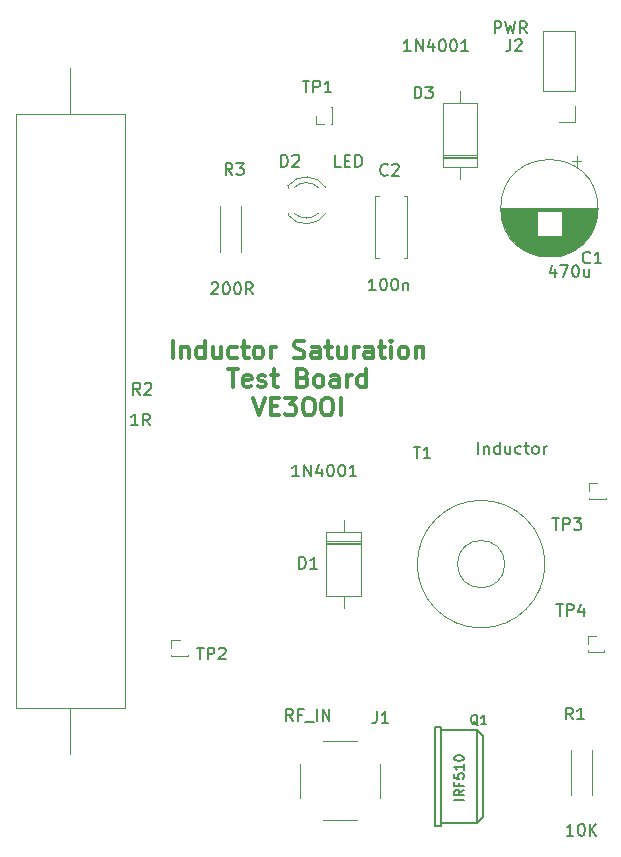
<source format=gbr>
%TF.GenerationSoftware,KiCad,Pcbnew,(6.0.7)*%
%TF.CreationDate,2023-01-18T16:47:16-05:00*%
%TF.ProjectId,Inductor Saturation Test,496e6475-6374-46f7-9220-536174757261,rev?*%
%TF.SameCoordinates,Original*%
%TF.FileFunction,Legend,Top*%
%TF.FilePolarity,Positive*%
%FSLAX46Y46*%
G04 Gerber Fmt 4.6, Leading zero omitted, Abs format (unit mm)*
G04 Created by KiCad (PCBNEW (6.0.7)) date 2023-01-18 16:47:16*
%MOMM*%
%LPD*%
G01*
G04 APERTURE LIST*
%ADD10C,0.300000*%
%ADD11C,0.150000*%
%ADD12C,0.120000*%
%ADD13C,0.127000*%
G04 APERTURE END LIST*
D10*
X103057857Y-56048571D02*
X103057857Y-54548571D01*
X103772142Y-55048571D02*
X103772142Y-56048571D01*
X103772142Y-55191428D02*
X103843571Y-55120000D01*
X103986428Y-55048571D01*
X104200714Y-55048571D01*
X104343571Y-55120000D01*
X104415000Y-55262857D01*
X104415000Y-56048571D01*
X105772142Y-56048571D02*
X105772142Y-54548571D01*
X105772142Y-55977142D02*
X105629285Y-56048571D01*
X105343571Y-56048571D01*
X105200714Y-55977142D01*
X105129285Y-55905714D01*
X105057857Y-55762857D01*
X105057857Y-55334285D01*
X105129285Y-55191428D01*
X105200714Y-55120000D01*
X105343571Y-55048571D01*
X105629285Y-55048571D01*
X105772142Y-55120000D01*
X107129285Y-55048571D02*
X107129285Y-56048571D01*
X106486428Y-55048571D02*
X106486428Y-55834285D01*
X106557857Y-55977142D01*
X106700714Y-56048571D01*
X106915000Y-56048571D01*
X107057857Y-55977142D01*
X107129285Y-55905714D01*
X108486428Y-55977142D02*
X108343571Y-56048571D01*
X108057857Y-56048571D01*
X107915000Y-55977142D01*
X107843571Y-55905714D01*
X107772142Y-55762857D01*
X107772142Y-55334285D01*
X107843571Y-55191428D01*
X107915000Y-55120000D01*
X108057857Y-55048571D01*
X108343571Y-55048571D01*
X108486428Y-55120000D01*
X108915000Y-55048571D02*
X109486428Y-55048571D01*
X109129285Y-54548571D02*
X109129285Y-55834285D01*
X109200714Y-55977142D01*
X109343571Y-56048571D01*
X109486428Y-56048571D01*
X110200714Y-56048571D02*
X110057857Y-55977142D01*
X109986428Y-55905714D01*
X109915000Y-55762857D01*
X109915000Y-55334285D01*
X109986428Y-55191428D01*
X110057857Y-55120000D01*
X110200714Y-55048571D01*
X110415000Y-55048571D01*
X110557857Y-55120000D01*
X110629285Y-55191428D01*
X110700714Y-55334285D01*
X110700714Y-55762857D01*
X110629285Y-55905714D01*
X110557857Y-55977142D01*
X110415000Y-56048571D01*
X110200714Y-56048571D01*
X111343571Y-56048571D02*
X111343571Y-55048571D01*
X111343571Y-55334285D02*
X111415000Y-55191428D01*
X111486428Y-55120000D01*
X111629285Y-55048571D01*
X111772142Y-55048571D01*
X113343571Y-55977142D02*
X113557857Y-56048571D01*
X113915000Y-56048571D01*
X114057857Y-55977142D01*
X114129285Y-55905714D01*
X114200714Y-55762857D01*
X114200714Y-55620000D01*
X114129285Y-55477142D01*
X114057857Y-55405714D01*
X113915000Y-55334285D01*
X113629285Y-55262857D01*
X113486428Y-55191428D01*
X113415000Y-55120000D01*
X113343571Y-54977142D01*
X113343571Y-54834285D01*
X113415000Y-54691428D01*
X113486428Y-54620000D01*
X113629285Y-54548571D01*
X113986428Y-54548571D01*
X114200714Y-54620000D01*
X115486428Y-56048571D02*
X115486428Y-55262857D01*
X115415000Y-55120000D01*
X115272142Y-55048571D01*
X114986428Y-55048571D01*
X114843571Y-55120000D01*
X115486428Y-55977142D02*
X115343571Y-56048571D01*
X114986428Y-56048571D01*
X114843571Y-55977142D01*
X114772142Y-55834285D01*
X114772142Y-55691428D01*
X114843571Y-55548571D01*
X114986428Y-55477142D01*
X115343571Y-55477142D01*
X115486428Y-55405714D01*
X115986428Y-55048571D02*
X116557857Y-55048571D01*
X116200714Y-54548571D02*
X116200714Y-55834285D01*
X116272142Y-55977142D01*
X116415000Y-56048571D01*
X116557857Y-56048571D01*
X117700714Y-55048571D02*
X117700714Y-56048571D01*
X117057857Y-55048571D02*
X117057857Y-55834285D01*
X117129285Y-55977142D01*
X117272142Y-56048571D01*
X117486428Y-56048571D01*
X117629285Y-55977142D01*
X117700714Y-55905714D01*
X118415000Y-56048571D02*
X118415000Y-55048571D01*
X118415000Y-55334285D02*
X118486428Y-55191428D01*
X118557857Y-55120000D01*
X118700714Y-55048571D01*
X118843571Y-55048571D01*
X119986428Y-56048571D02*
X119986428Y-55262857D01*
X119915000Y-55120000D01*
X119772142Y-55048571D01*
X119486428Y-55048571D01*
X119343571Y-55120000D01*
X119986428Y-55977142D02*
X119843571Y-56048571D01*
X119486428Y-56048571D01*
X119343571Y-55977142D01*
X119272142Y-55834285D01*
X119272142Y-55691428D01*
X119343571Y-55548571D01*
X119486428Y-55477142D01*
X119843571Y-55477142D01*
X119986428Y-55405714D01*
X120486428Y-55048571D02*
X121057857Y-55048571D01*
X120700714Y-54548571D02*
X120700714Y-55834285D01*
X120772142Y-55977142D01*
X120915000Y-56048571D01*
X121057857Y-56048571D01*
X121557857Y-56048571D02*
X121557857Y-55048571D01*
X121557857Y-54548571D02*
X121486428Y-54620000D01*
X121557857Y-54691428D01*
X121629285Y-54620000D01*
X121557857Y-54548571D01*
X121557857Y-54691428D01*
X122486428Y-56048571D02*
X122343571Y-55977142D01*
X122272142Y-55905714D01*
X122200714Y-55762857D01*
X122200714Y-55334285D01*
X122272142Y-55191428D01*
X122343571Y-55120000D01*
X122486428Y-55048571D01*
X122700714Y-55048571D01*
X122843571Y-55120000D01*
X122915000Y-55191428D01*
X122986428Y-55334285D01*
X122986428Y-55762857D01*
X122915000Y-55905714D01*
X122843571Y-55977142D01*
X122700714Y-56048571D01*
X122486428Y-56048571D01*
X123629285Y-55048571D02*
X123629285Y-56048571D01*
X123629285Y-55191428D02*
X123700714Y-55120000D01*
X123843571Y-55048571D01*
X124057857Y-55048571D01*
X124200714Y-55120000D01*
X124272142Y-55262857D01*
X124272142Y-56048571D01*
X107736428Y-56963571D02*
X108593571Y-56963571D01*
X108165000Y-58463571D02*
X108165000Y-56963571D01*
X109665000Y-58392142D02*
X109522142Y-58463571D01*
X109236428Y-58463571D01*
X109093571Y-58392142D01*
X109022142Y-58249285D01*
X109022142Y-57677857D01*
X109093571Y-57535000D01*
X109236428Y-57463571D01*
X109522142Y-57463571D01*
X109665000Y-57535000D01*
X109736428Y-57677857D01*
X109736428Y-57820714D01*
X109022142Y-57963571D01*
X110307857Y-58392142D02*
X110450714Y-58463571D01*
X110736428Y-58463571D01*
X110879285Y-58392142D01*
X110950714Y-58249285D01*
X110950714Y-58177857D01*
X110879285Y-58035000D01*
X110736428Y-57963571D01*
X110522142Y-57963571D01*
X110379285Y-57892142D01*
X110307857Y-57749285D01*
X110307857Y-57677857D01*
X110379285Y-57535000D01*
X110522142Y-57463571D01*
X110736428Y-57463571D01*
X110879285Y-57535000D01*
X111379285Y-57463571D02*
X111950714Y-57463571D01*
X111593571Y-56963571D02*
X111593571Y-58249285D01*
X111665000Y-58392142D01*
X111807857Y-58463571D01*
X111950714Y-58463571D01*
X114093571Y-57677857D02*
X114307857Y-57749285D01*
X114379285Y-57820714D01*
X114450714Y-57963571D01*
X114450714Y-58177857D01*
X114379285Y-58320714D01*
X114307857Y-58392142D01*
X114165000Y-58463571D01*
X113593571Y-58463571D01*
X113593571Y-56963571D01*
X114093571Y-56963571D01*
X114236428Y-57035000D01*
X114307857Y-57106428D01*
X114379285Y-57249285D01*
X114379285Y-57392142D01*
X114307857Y-57535000D01*
X114236428Y-57606428D01*
X114093571Y-57677857D01*
X113593571Y-57677857D01*
X115307857Y-58463571D02*
X115165000Y-58392142D01*
X115093571Y-58320714D01*
X115022142Y-58177857D01*
X115022142Y-57749285D01*
X115093571Y-57606428D01*
X115165000Y-57535000D01*
X115307857Y-57463571D01*
X115522142Y-57463571D01*
X115665000Y-57535000D01*
X115736428Y-57606428D01*
X115807857Y-57749285D01*
X115807857Y-58177857D01*
X115736428Y-58320714D01*
X115665000Y-58392142D01*
X115522142Y-58463571D01*
X115307857Y-58463571D01*
X117093571Y-58463571D02*
X117093571Y-57677857D01*
X117022142Y-57535000D01*
X116879285Y-57463571D01*
X116593571Y-57463571D01*
X116450714Y-57535000D01*
X117093571Y-58392142D02*
X116950714Y-58463571D01*
X116593571Y-58463571D01*
X116450714Y-58392142D01*
X116379285Y-58249285D01*
X116379285Y-58106428D01*
X116450714Y-57963571D01*
X116593571Y-57892142D01*
X116950714Y-57892142D01*
X117093571Y-57820714D01*
X117807857Y-58463571D02*
X117807857Y-57463571D01*
X117807857Y-57749285D02*
X117879285Y-57606428D01*
X117950714Y-57535000D01*
X118093571Y-57463571D01*
X118236428Y-57463571D01*
X119379285Y-58463571D02*
X119379285Y-56963571D01*
X119379285Y-58392142D02*
X119236428Y-58463571D01*
X118950714Y-58463571D01*
X118807857Y-58392142D01*
X118736428Y-58320714D01*
X118665000Y-58177857D01*
X118665000Y-57749285D01*
X118736428Y-57606428D01*
X118807857Y-57535000D01*
X118950714Y-57463571D01*
X119236428Y-57463571D01*
X119379285Y-57535000D01*
X109843571Y-59378571D02*
X110343571Y-60878571D01*
X110843571Y-59378571D01*
X111343571Y-60092857D02*
X111843571Y-60092857D01*
X112057857Y-60878571D02*
X111343571Y-60878571D01*
X111343571Y-59378571D01*
X112057857Y-59378571D01*
X112557857Y-59378571D02*
X113486428Y-59378571D01*
X112986428Y-59950000D01*
X113200714Y-59950000D01*
X113343571Y-60021428D01*
X113415000Y-60092857D01*
X113486428Y-60235714D01*
X113486428Y-60592857D01*
X113415000Y-60735714D01*
X113343571Y-60807142D01*
X113200714Y-60878571D01*
X112772142Y-60878571D01*
X112629285Y-60807142D01*
X112557857Y-60735714D01*
X114415000Y-59378571D02*
X114700714Y-59378571D01*
X114843571Y-59450000D01*
X114986428Y-59592857D01*
X115057857Y-59878571D01*
X115057857Y-60378571D01*
X114986428Y-60664285D01*
X114843571Y-60807142D01*
X114700714Y-60878571D01*
X114415000Y-60878571D01*
X114272142Y-60807142D01*
X114129285Y-60664285D01*
X114057857Y-60378571D01*
X114057857Y-59878571D01*
X114129285Y-59592857D01*
X114272142Y-59450000D01*
X114415000Y-59378571D01*
X115986428Y-59378571D02*
X116272142Y-59378571D01*
X116415000Y-59450000D01*
X116557857Y-59592857D01*
X116629285Y-59878571D01*
X116629285Y-60378571D01*
X116557857Y-60664285D01*
X116415000Y-60807142D01*
X116272142Y-60878571D01*
X115986428Y-60878571D01*
X115843571Y-60807142D01*
X115700714Y-60664285D01*
X115629285Y-60378571D01*
X115629285Y-59878571D01*
X115700714Y-59592857D01*
X115843571Y-59450000D01*
X115986428Y-59378571D01*
X117272142Y-60878571D02*
X117272142Y-59378571D01*
D11*
%TO.C,R2*%
X100290333Y-59126380D02*
X99957000Y-58650190D01*
X99718904Y-59126380D02*
X99718904Y-58126380D01*
X100099857Y-58126380D01*
X100195095Y-58174000D01*
X100242714Y-58221619D01*
X100290333Y-58316857D01*
X100290333Y-58459714D01*
X100242714Y-58554952D01*
X100195095Y-58602571D01*
X100099857Y-58650190D01*
X99718904Y-58650190D01*
X100671285Y-58221619D02*
X100718904Y-58174000D01*
X100814142Y-58126380D01*
X101052238Y-58126380D01*
X101147476Y-58174000D01*
X101195095Y-58221619D01*
X101242714Y-58316857D01*
X101242714Y-58412095D01*
X101195095Y-58554952D01*
X100623666Y-59126380D01*
X101242714Y-59126380D01*
X100115714Y-61729880D02*
X99544285Y-61729880D01*
X99830000Y-61729880D02*
X99830000Y-60729880D01*
X99734761Y-60872738D01*
X99639523Y-60967976D01*
X99544285Y-61015595D01*
X101115714Y-61729880D02*
X100782380Y-61253690D01*
X100544285Y-61729880D02*
X100544285Y-60729880D01*
X100925238Y-60729880D01*
X101020476Y-60777500D01*
X101068095Y-60825119D01*
X101115714Y-60920357D01*
X101115714Y-61063214D01*
X101068095Y-61158452D01*
X101020476Y-61206071D01*
X100925238Y-61253690D01*
X100544285Y-61253690D01*
%TO.C,R1*%
X136929833Y-86621880D02*
X136596500Y-86145690D01*
X136358404Y-86621880D02*
X136358404Y-85621880D01*
X136739357Y-85621880D01*
X136834595Y-85669500D01*
X136882214Y-85717119D01*
X136929833Y-85812357D01*
X136929833Y-85955214D01*
X136882214Y-86050452D01*
X136834595Y-86098071D01*
X136739357Y-86145690D01*
X136358404Y-86145690D01*
X137882214Y-86621880D02*
X137310785Y-86621880D01*
X137596500Y-86621880D02*
X137596500Y-85621880D01*
X137501261Y-85764738D01*
X137406023Y-85859976D01*
X137310785Y-85907595D01*
X136977523Y-96464380D02*
X136406095Y-96464380D01*
X136691809Y-96464380D02*
X136691809Y-95464380D01*
X136596571Y-95607238D01*
X136501333Y-95702476D01*
X136406095Y-95750095D01*
X137596571Y-95464380D02*
X137691809Y-95464380D01*
X137787047Y-95512000D01*
X137834666Y-95559619D01*
X137882285Y-95654857D01*
X137929904Y-95845333D01*
X137929904Y-96083428D01*
X137882285Y-96273904D01*
X137834666Y-96369142D01*
X137787047Y-96416761D01*
X137691809Y-96464380D01*
X137596571Y-96464380D01*
X137501333Y-96416761D01*
X137453714Y-96369142D01*
X137406095Y-96273904D01*
X137358476Y-96083428D01*
X137358476Y-95845333D01*
X137406095Y-95654857D01*
X137453714Y-95559619D01*
X137501333Y-95512000D01*
X137596571Y-95464380D01*
X138358476Y-96464380D02*
X138358476Y-95464380D01*
X138929904Y-96464380D02*
X138501333Y-95892952D01*
X138929904Y-95464380D02*
X138358476Y-96035809D01*
%TO.C,R3*%
X108100833Y-40520880D02*
X107767500Y-40044690D01*
X107529404Y-40520880D02*
X107529404Y-39520880D01*
X107910357Y-39520880D01*
X108005595Y-39568500D01*
X108053214Y-39616119D01*
X108100833Y-39711357D01*
X108100833Y-39854214D01*
X108053214Y-39949452D01*
X108005595Y-39997071D01*
X107910357Y-40044690D01*
X107529404Y-40044690D01*
X108434166Y-39520880D02*
X109053214Y-39520880D01*
X108719880Y-39901833D01*
X108862738Y-39901833D01*
X108957976Y-39949452D01*
X109005595Y-39997071D01*
X109053214Y-40092309D01*
X109053214Y-40330404D01*
X109005595Y-40425642D01*
X108957976Y-40473261D01*
X108862738Y-40520880D01*
X108577023Y-40520880D01*
X108481785Y-40473261D01*
X108434166Y-40425642D01*
X106338904Y-49712619D02*
X106386523Y-49665000D01*
X106481761Y-49617380D01*
X106719857Y-49617380D01*
X106815095Y-49665000D01*
X106862714Y-49712619D01*
X106910333Y-49807857D01*
X106910333Y-49903095D01*
X106862714Y-50045952D01*
X106291285Y-50617380D01*
X106910333Y-50617380D01*
X107529380Y-49617380D02*
X107624619Y-49617380D01*
X107719857Y-49665000D01*
X107767476Y-49712619D01*
X107815095Y-49807857D01*
X107862714Y-49998333D01*
X107862714Y-50236428D01*
X107815095Y-50426904D01*
X107767476Y-50522142D01*
X107719857Y-50569761D01*
X107624619Y-50617380D01*
X107529380Y-50617380D01*
X107434142Y-50569761D01*
X107386523Y-50522142D01*
X107338904Y-50426904D01*
X107291285Y-50236428D01*
X107291285Y-49998333D01*
X107338904Y-49807857D01*
X107386523Y-49712619D01*
X107434142Y-49665000D01*
X107529380Y-49617380D01*
X108481761Y-49617380D02*
X108577000Y-49617380D01*
X108672238Y-49665000D01*
X108719857Y-49712619D01*
X108767476Y-49807857D01*
X108815095Y-49998333D01*
X108815095Y-50236428D01*
X108767476Y-50426904D01*
X108719857Y-50522142D01*
X108672238Y-50569761D01*
X108577000Y-50617380D01*
X108481761Y-50617380D01*
X108386523Y-50569761D01*
X108338904Y-50522142D01*
X108291285Y-50426904D01*
X108243666Y-50236428D01*
X108243666Y-49998333D01*
X108291285Y-49807857D01*
X108338904Y-49712619D01*
X108386523Y-49665000D01*
X108481761Y-49617380D01*
X109815095Y-50617380D02*
X109481761Y-50141190D01*
X109243666Y-50617380D02*
X109243666Y-49617380D01*
X109624619Y-49617380D01*
X109719857Y-49665000D01*
X109767476Y-49712619D01*
X109815095Y-49807857D01*
X109815095Y-49950714D01*
X109767476Y-50045952D01*
X109719857Y-50093571D01*
X109624619Y-50141190D01*
X109243666Y-50141190D01*
%TO.C,TP4*%
X135517095Y-76858880D02*
X136088523Y-76858880D01*
X135802809Y-77858880D02*
X135802809Y-76858880D01*
X136421857Y-77858880D02*
X136421857Y-76858880D01*
X136802809Y-76858880D01*
X136898047Y-76906500D01*
X136945666Y-76954119D01*
X136993285Y-77049357D01*
X136993285Y-77192214D01*
X136945666Y-77287452D01*
X136898047Y-77335071D01*
X136802809Y-77382690D01*
X136421857Y-77382690D01*
X137850428Y-77192214D02*
X137850428Y-77858880D01*
X137612333Y-76811261D02*
X137374238Y-77525547D01*
X137993285Y-77525547D01*
%TO.C,TP3*%
X135199595Y-69556380D02*
X135771023Y-69556380D01*
X135485309Y-70556380D02*
X135485309Y-69556380D01*
X136104357Y-70556380D02*
X136104357Y-69556380D01*
X136485309Y-69556380D01*
X136580547Y-69604000D01*
X136628166Y-69651619D01*
X136675785Y-69746857D01*
X136675785Y-69889714D01*
X136628166Y-69984952D01*
X136580547Y-70032571D01*
X136485309Y-70080190D01*
X136104357Y-70080190D01*
X137009119Y-69556380D02*
X137628166Y-69556380D01*
X137294833Y-69937333D01*
X137437690Y-69937333D01*
X137532928Y-69984952D01*
X137580547Y-70032571D01*
X137628166Y-70127809D01*
X137628166Y-70365904D01*
X137580547Y-70461142D01*
X137532928Y-70508761D01*
X137437690Y-70556380D01*
X137151976Y-70556380D01*
X137056738Y-70508761D01*
X137009119Y-70461142D01*
%TO.C,TP2*%
X105100595Y-80541880D02*
X105672023Y-80541880D01*
X105386309Y-81541880D02*
X105386309Y-80541880D01*
X106005357Y-81541880D02*
X106005357Y-80541880D01*
X106386309Y-80541880D01*
X106481547Y-80589500D01*
X106529166Y-80637119D01*
X106576785Y-80732357D01*
X106576785Y-80875214D01*
X106529166Y-80970452D01*
X106481547Y-81018071D01*
X106386309Y-81065690D01*
X106005357Y-81065690D01*
X106957738Y-80637119D02*
X107005357Y-80589500D01*
X107100595Y-80541880D01*
X107338690Y-80541880D01*
X107433928Y-80589500D01*
X107481547Y-80637119D01*
X107529166Y-80732357D01*
X107529166Y-80827595D01*
X107481547Y-80970452D01*
X106910119Y-81541880D01*
X107529166Y-81541880D01*
%TO.C,TP1*%
X114054095Y-32535880D02*
X114625523Y-32535880D01*
X114339809Y-33535880D02*
X114339809Y-32535880D01*
X114958857Y-33535880D02*
X114958857Y-32535880D01*
X115339809Y-32535880D01*
X115435047Y-32583500D01*
X115482666Y-32631119D01*
X115530285Y-32726357D01*
X115530285Y-32869214D01*
X115482666Y-32964452D01*
X115435047Y-33012071D01*
X115339809Y-33059690D01*
X114958857Y-33059690D01*
X116482666Y-33535880D02*
X115911238Y-33535880D01*
X116196952Y-33535880D02*
X116196952Y-32535880D01*
X116101714Y-32678738D01*
X116006476Y-32773976D01*
X115911238Y-32821595D01*
%TO.C,T1*%
X123444095Y-63523880D02*
X124015523Y-63523880D01*
X123729809Y-64523880D02*
X123729809Y-63523880D01*
X124872666Y-64523880D02*
X124301238Y-64523880D01*
X124586952Y-64523880D02*
X124586952Y-63523880D01*
X124491714Y-63666738D01*
X124396476Y-63761976D01*
X124301238Y-63809595D01*
X128929166Y-64142880D02*
X128929166Y-63142880D01*
X129405357Y-63476214D02*
X129405357Y-64142880D01*
X129405357Y-63571452D02*
X129452976Y-63523833D01*
X129548214Y-63476214D01*
X129691071Y-63476214D01*
X129786309Y-63523833D01*
X129833928Y-63619071D01*
X129833928Y-64142880D01*
X130738690Y-64142880D02*
X130738690Y-63142880D01*
X130738690Y-64095261D02*
X130643452Y-64142880D01*
X130452976Y-64142880D01*
X130357738Y-64095261D01*
X130310119Y-64047642D01*
X130262500Y-63952404D01*
X130262500Y-63666690D01*
X130310119Y-63571452D01*
X130357738Y-63523833D01*
X130452976Y-63476214D01*
X130643452Y-63476214D01*
X130738690Y-63523833D01*
X131643452Y-63476214D02*
X131643452Y-64142880D01*
X131214880Y-63476214D02*
X131214880Y-64000023D01*
X131262500Y-64095261D01*
X131357738Y-64142880D01*
X131500595Y-64142880D01*
X131595833Y-64095261D01*
X131643452Y-64047642D01*
X132548214Y-64095261D02*
X132452976Y-64142880D01*
X132262500Y-64142880D01*
X132167261Y-64095261D01*
X132119642Y-64047642D01*
X132072023Y-63952404D01*
X132072023Y-63666690D01*
X132119642Y-63571452D01*
X132167261Y-63523833D01*
X132262500Y-63476214D01*
X132452976Y-63476214D01*
X132548214Y-63523833D01*
X132833928Y-63476214D02*
X133214880Y-63476214D01*
X132976785Y-63142880D02*
X132976785Y-64000023D01*
X133024404Y-64095261D01*
X133119642Y-64142880D01*
X133214880Y-64142880D01*
X133691071Y-64142880D02*
X133595833Y-64095261D01*
X133548214Y-64047642D01*
X133500595Y-63952404D01*
X133500595Y-63666690D01*
X133548214Y-63571452D01*
X133595833Y-63523833D01*
X133691071Y-63476214D01*
X133833928Y-63476214D01*
X133929166Y-63523833D01*
X133976785Y-63571452D01*
X134024404Y-63666690D01*
X134024404Y-63952404D01*
X133976785Y-64047642D01*
X133929166Y-64095261D01*
X133833928Y-64142880D01*
X133691071Y-64142880D01*
X134452976Y-64142880D02*
X134452976Y-63476214D01*
X134452976Y-63666690D02*
X134500595Y-63571452D01*
X134548214Y-63523833D01*
X134643452Y-63476214D01*
X134738690Y-63476214D01*
%TO.C,Q1*%
X128892309Y-87115595D02*
X128816119Y-87077500D01*
X128739928Y-87001309D01*
X128625642Y-86887023D01*
X128549452Y-86848928D01*
X128473261Y-86848928D01*
X128511357Y-87039404D02*
X128435166Y-87001309D01*
X128358976Y-86925119D01*
X128320880Y-86772738D01*
X128320880Y-86506071D01*
X128358976Y-86353690D01*
X128435166Y-86277500D01*
X128511357Y-86239404D01*
X128663738Y-86239404D01*
X128739928Y-86277500D01*
X128816119Y-86353690D01*
X128854214Y-86506071D01*
X128854214Y-86772738D01*
X128816119Y-86925119D01*
X128739928Y-87001309D01*
X128663738Y-87039404D01*
X128511357Y-87039404D01*
X129616119Y-87039404D02*
X129158976Y-87039404D01*
X129387547Y-87039404D02*
X129387547Y-86239404D01*
X129311357Y-86353690D01*
X129235166Y-86429880D01*
X129158976Y-86467976D01*
X127673705Y-93423019D02*
X126886303Y-93423019D01*
X127673705Y-92598121D02*
X127298752Y-92860589D01*
X127673705Y-93048065D02*
X126886303Y-93048065D01*
X126886303Y-92748103D01*
X126923799Y-92673112D01*
X126961294Y-92635617D01*
X127036285Y-92598121D01*
X127148771Y-92598121D01*
X127223761Y-92635617D01*
X127261257Y-92673112D01*
X127298752Y-92748103D01*
X127298752Y-93048065D01*
X127261257Y-91998196D02*
X127261257Y-92260663D01*
X127673705Y-92260663D02*
X126886303Y-92260663D01*
X126886303Y-91885710D01*
X126886303Y-91210794D02*
X126886303Y-91585747D01*
X127261257Y-91623243D01*
X127223761Y-91585747D01*
X127186266Y-91510757D01*
X127186266Y-91323280D01*
X127223761Y-91248289D01*
X127261257Y-91210794D01*
X127336247Y-91173299D01*
X127523724Y-91173299D01*
X127598715Y-91210794D01*
X127636210Y-91248289D01*
X127673705Y-91323280D01*
X127673705Y-91510757D01*
X127636210Y-91585747D01*
X127598715Y-91623243D01*
X127673705Y-90423392D02*
X127673705Y-90873336D01*
X127673705Y-90648364D02*
X126886303Y-90648364D01*
X126998789Y-90723355D01*
X127073780Y-90798345D01*
X127111275Y-90873336D01*
X126886303Y-89935953D02*
X126886303Y-89860962D01*
X126923799Y-89785971D01*
X126961294Y-89748476D01*
X127036285Y-89710981D01*
X127186266Y-89673485D01*
X127373743Y-89673485D01*
X127523724Y-89710981D01*
X127598715Y-89748476D01*
X127636210Y-89785971D01*
X127673705Y-89860962D01*
X127673705Y-89935953D01*
X127636210Y-90010943D01*
X127598715Y-90048439D01*
X127523724Y-90085934D01*
X127373743Y-90123429D01*
X127186266Y-90123429D01*
X127036285Y-90085934D01*
X126961294Y-90048439D01*
X126923799Y-90010943D01*
X126886303Y-89935953D01*
%TO.C,J2*%
X131619666Y-29043380D02*
X131619666Y-29757666D01*
X131572047Y-29900523D01*
X131476809Y-29995761D01*
X131333952Y-30043380D01*
X131238714Y-30043380D01*
X132048238Y-29138619D02*
X132095857Y-29091000D01*
X132191095Y-29043380D01*
X132429190Y-29043380D01*
X132524428Y-29091000D01*
X132572047Y-29138619D01*
X132619666Y-29233857D01*
X132619666Y-29329095D01*
X132572047Y-29471952D01*
X132000619Y-30043380D01*
X132619666Y-30043380D01*
X130302166Y-28519380D02*
X130302166Y-27519380D01*
X130683119Y-27519380D01*
X130778357Y-27567000D01*
X130825976Y-27614619D01*
X130873595Y-27709857D01*
X130873595Y-27852714D01*
X130825976Y-27947952D01*
X130778357Y-27995571D01*
X130683119Y-28043190D01*
X130302166Y-28043190D01*
X131206928Y-27519380D02*
X131445023Y-28519380D01*
X131635500Y-27805095D01*
X131825976Y-28519380D01*
X132064071Y-27519380D01*
X133016452Y-28519380D02*
X132683119Y-28043190D01*
X132445023Y-28519380D02*
X132445023Y-27519380D01*
X132825976Y-27519380D01*
X132921214Y-27567000D01*
X132968833Y-27614619D01*
X133016452Y-27709857D01*
X133016452Y-27852714D01*
X132968833Y-27947952D01*
X132921214Y-27995571D01*
X132825976Y-28043190D01*
X132445023Y-28043190D01*
%TO.C,J1*%
X120316666Y-85939380D02*
X120316666Y-86653666D01*
X120269047Y-86796523D01*
X120173809Y-86891761D01*
X120030952Y-86939380D01*
X119935714Y-86939380D01*
X121316666Y-86939380D02*
X120745238Y-86939380D01*
X121030952Y-86939380D02*
X121030952Y-85939380D01*
X120935714Y-86082238D01*
X120840476Y-86177476D01*
X120745238Y-86225095D01*
X113228595Y-86748880D02*
X112895261Y-86272690D01*
X112657166Y-86748880D02*
X112657166Y-85748880D01*
X113038119Y-85748880D01*
X113133357Y-85796500D01*
X113180976Y-85844119D01*
X113228595Y-85939357D01*
X113228595Y-86082214D01*
X113180976Y-86177452D01*
X113133357Y-86225071D01*
X113038119Y-86272690D01*
X112657166Y-86272690D01*
X113990500Y-86225071D02*
X113657166Y-86225071D01*
X113657166Y-86748880D02*
X113657166Y-85748880D01*
X114133357Y-85748880D01*
X114276214Y-86844119D02*
X115038119Y-86844119D01*
X115276214Y-86748880D02*
X115276214Y-85748880D01*
X115752404Y-86748880D02*
X115752404Y-85748880D01*
X116323833Y-86748880D01*
X116323833Y-85748880D01*
%TO.C,D3*%
X123531404Y-34043880D02*
X123531404Y-33043880D01*
X123769500Y-33043880D01*
X123912357Y-33091500D01*
X124007595Y-33186738D01*
X124055214Y-33281976D01*
X124102833Y-33472452D01*
X124102833Y-33615309D01*
X124055214Y-33805785D01*
X124007595Y-33901023D01*
X123912357Y-33996261D01*
X123769500Y-34043880D01*
X123531404Y-34043880D01*
X124436166Y-33043880D02*
X125055214Y-33043880D01*
X124721880Y-33424833D01*
X124864738Y-33424833D01*
X124959976Y-33472452D01*
X125007595Y-33520071D01*
X125055214Y-33615309D01*
X125055214Y-33853404D01*
X125007595Y-33948642D01*
X124959976Y-33996261D01*
X124864738Y-34043880D01*
X124579023Y-34043880D01*
X124483785Y-33996261D01*
X124436166Y-33948642D01*
X123206142Y-30043380D02*
X122634714Y-30043380D01*
X122920428Y-30043380D02*
X122920428Y-29043380D01*
X122825190Y-29186238D01*
X122729952Y-29281476D01*
X122634714Y-29329095D01*
X123634714Y-30043380D02*
X123634714Y-29043380D01*
X124206142Y-30043380D01*
X124206142Y-29043380D01*
X125110904Y-29376714D02*
X125110904Y-30043380D01*
X124872809Y-28995761D02*
X124634714Y-29710047D01*
X125253761Y-29710047D01*
X125825190Y-29043380D02*
X125920428Y-29043380D01*
X126015666Y-29091000D01*
X126063285Y-29138619D01*
X126110904Y-29233857D01*
X126158523Y-29424333D01*
X126158523Y-29662428D01*
X126110904Y-29852904D01*
X126063285Y-29948142D01*
X126015666Y-29995761D01*
X125920428Y-30043380D01*
X125825190Y-30043380D01*
X125729952Y-29995761D01*
X125682333Y-29948142D01*
X125634714Y-29852904D01*
X125587095Y-29662428D01*
X125587095Y-29424333D01*
X125634714Y-29233857D01*
X125682333Y-29138619D01*
X125729952Y-29091000D01*
X125825190Y-29043380D01*
X126777571Y-29043380D02*
X126872809Y-29043380D01*
X126968047Y-29091000D01*
X127015666Y-29138619D01*
X127063285Y-29233857D01*
X127110904Y-29424333D01*
X127110904Y-29662428D01*
X127063285Y-29852904D01*
X127015666Y-29948142D01*
X126968047Y-29995761D01*
X126872809Y-30043380D01*
X126777571Y-30043380D01*
X126682333Y-29995761D01*
X126634714Y-29948142D01*
X126587095Y-29852904D01*
X126539476Y-29662428D01*
X126539476Y-29424333D01*
X126587095Y-29233857D01*
X126634714Y-29138619D01*
X126682333Y-29091000D01*
X126777571Y-29043380D01*
X128063285Y-30043380D02*
X127491857Y-30043380D01*
X127777571Y-30043380D02*
X127777571Y-29043380D01*
X127682333Y-29186238D01*
X127587095Y-29281476D01*
X127491857Y-29329095D01*
%TO.C,D2*%
X112228404Y-39822380D02*
X112228404Y-38822380D01*
X112466500Y-38822380D01*
X112609357Y-38870000D01*
X112704595Y-38965238D01*
X112752214Y-39060476D01*
X112799833Y-39250952D01*
X112799833Y-39393809D01*
X112752214Y-39584285D01*
X112704595Y-39679523D01*
X112609357Y-39774761D01*
X112466500Y-39822380D01*
X112228404Y-39822380D01*
X113180785Y-38917619D02*
X113228404Y-38870000D01*
X113323642Y-38822380D01*
X113561738Y-38822380D01*
X113656976Y-38870000D01*
X113704595Y-38917619D01*
X113752214Y-39012857D01*
X113752214Y-39108095D01*
X113704595Y-39250952D01*
X113133166Y-39822380D01*
X113752214Y-39822380D01*
X117276642Y-39822380D02*
X116800452Y-39822380D01*
X116800452Y-38822380D01*
X117609976Y-39298571D02*
X117943309Y-39298571D01*
X118086166Y-39822380D02*
X117609976Y-39822380D01*
X117609976Y-38822380D01*
X118086166Y-38822380D01*
X118514738Y-39822380D02*
X118514738Y-38822380D01*
X118752833Y-38822380D01*
X118895690Y-38870000D01*
X118990928Y-38965238D01*
X119038547Y-39060476D01*
X119086166Y-39250952D01*
X119086166Y-39393809D01*
X119038547Y-39584285D01*
X118990928Y-39679523D01*
X118895690Y-39774761D01*
X118752833Y-39822380D01*
X118514738Y-39822380D01*
%TO.C,D1*%
X113752404Y-73858380D02*
X113752404Y-72858380D01*
X113990500Y-72858380D01*
X114133357Y-72906000D01*
X114228595Y-73001238D01*
X114276214Y-73096476D01*
X114323833Y-73286952D01*
X114323833Y-73429809D01*
X114276214Y-73620285D01*
X114228595Y-73715523D01*
X114133357Y-73810761D01*
X113990500Y-73858380D01*
X113752404Y-73858380D01*
X115276214Y-73858380D02*
X114704785Y-73858380D01*
X114990500Y-73858380D02*
X114990500Y-72858380D01*
X114895261Y-73001238D01*
X114800023Y-73096476D01*
X114704785Y-73144095D01*
X113744642Y-66047880D02*
X113173214Y-66047880D01*
X113458928Y-66047880D02*
X113458928Y-65047880D01*
X113363690Y-65190738D01*
X113268452Y-65285976D01*
X113173214Y-65333595D01*
X114173214Y-66047880D02*
X114173214Y-65047880D01*
X114744642Y-66047880D01*
X114744642Y-65047880D01*
X115649404Y-65381214D02*
X115649404Y-66047880D01*
X115411309Y-65000261D02*
X115173214Y-65714547D01*
X115792261Y-65714547D01*
X116363690Y-65047880D02*
X116458928Y-65047880D01*
X116554166Y-65095500D01*
X116601785Y-65143119D01*
X116649404Y-65238357D01*
X116697023Y-65428833D01*
X116697023Y-65666928D01*
X116649404Y-65857404D01*
X116601785Y-65952642D01*
X116554166Y-66000261D01*
X116458928Y-66047880D01*
X116363690Y-66047880D01*
X116268452Y-66000261D01*
X116220833Y-65952642D01*
X116173214Y-65857404D01*
X116125595Y-65666928D01*
X116125595Y-65428833D01*
X116173214Y-65238357D01*
X116220833Y-65143119D01*
X116268452Y-65095500D01*
X116363690Y-65047880D01*
X117316071Y-65047880D02*
X117411309Y-65047880D01*
X117506547Y-65095500D01*
X117554166Y-65143119D01*
X117601785Y-65238357D01*
X117649404Y-65428833D01*
X117649404Y-65666928D01*
X117601785Y-65857404D01*
X117554166Y-65952642D01*
X117506547Y-66000261D01*
X117411309Y-66047880D01*
X117316071Y-66047880D01*
X117220833Y-66000261D01*
X117173214Y-65952642D01*
X117125595Y-65857404D01*
X117077976Y-65666928D01*
X117077976Y-65428833D01*
X117125595Y-65238357D01*
X117173214Y-65143119D01*
X117220833Y-65095500D01*
X117316071Y-65047880D01*
X118601785Y-66047880D02*
X118030357Y-66047880D01*
X118316071Y-66047880D02*
X118316071Y-65047880D01*
X118220833Y-65190738D01*
X118125595Y-65285976D01*
X118030357Y-65333595D01*
%TO.C,C2*%
X121245333Y-40489142D02*
X121197714Y-40536761D01*
X121054857Y-40584380D01*
X120959619Y-40584380D01*
X120816761Y-40536761D01*
X120721523Y-40441523D01*
X120673904Y-40346285D01*
X120626285Y-40155809D01*
X120626285Y-40012952D01*
X120673904Y-39822476D01*
X120721523Y-39727238D01*
X120816761Y-39632000D01*
X120959619Y-39584380D01*
X121054857Y-39584380D01*
X121197714Y-39632000D01*
X121245333Y-39679619D01*
X121626285Y-39679619D02*
X121673904Y-39632000D01*
X121769142Y-39584380D01*
X122007238Y-39584380D01*
X122102476Y-39632000D01*
X122150095Y-39679619D01*
X122197714Y-39774857D01*
X122197714Y-39870095D01*
X122150095Y-40012952D01*
X121578666Y-40584380D01*
X122197714Y-40584380D01*
X120229452Y-50299880D02*
X119658023Y-50299880D01*
X119943738Y-50299880D02*
X119943738Y-49299880D01*
X119848500Y-49442738D01*
X119753261Y-49537976D01*
X119658023Y-49585595D01*
X120848500Y-49299880D02*
X120943738Y-49299880D01*
X121038976Y-49347500D01*
X121086595Y-49395119D01*
X121134214Y-49490357D01*
X121181833Y-49680833D01*
X121181833Y-49918928D01*
X121134214Y-50109404D01*
X121086595Y-50204642D01*
X121038976Y-50252261D01*
X120943738Y-50299880D01*
X120848500Y-50299880D01*
X120753261Y-50252261D01*
X120705642Y-50204642D01*
X120658023Y-50109404D01*
X120610404Y-49918928D01*
X120610404Y-49680833D01*
X120658023Y-49490357D01*
X120705642Y-49395119D01*
X120753261Y-49347500D01*
X120848500Y-49299880D01*
X121800880Y-49299880D02*
X121896119Y-49299880D01*
X121991357Y-49347500D01*
X122038976Y-49395119D01*
X122086595Y-49490357D01*
X122134214Y-49680833D01*
X122134214Y-49918928D01*
X122086595Y-50109404D01*
X122038976Y-50204642D01*
X121991357Y-50252261D01*
X121896119Y-50299880D01*
X121800880Y-50299880D01*
X121705642Y-50252261D01*
X121658023Y-50204642D01*
X121610404Y-50109404D01*
X121562785Y-49918928D01*
X121562785Y-49680833D01*
X121610404Y-49490357D01*
X121658023Y-49395119D01*
X121705642Y-49347500D01*
X121800880Y-49299880D01*
X122562785Y-49633214D02*
X122562785Y-50299880D01*
X122562785Y-49728452D02*
X122610404Y-49680833D01*
X122705642Y-49633214D01*
X122848500Y-49633214D01*
X122943738Y-49680833D01*
X122991357Y-49776071D01*
X122991357Y-50299880D01*
%TO.C,C1*%
X138390333Y-47918642D02*
X138342714Y-47966261D01*
X138199857Y-48013880D01*
X138104619Y-48013880D01*
X137961761Y-47966261D01*
X137866523Y-47871023D01*
X137818904Y-47775785D01*
X137771285Y-47585309D01*
X137771285Y-47442452D01*
X137818904Y-47251976D01*
X137866523Y-47156738D01*
X137961761Y-47061500D01*
X138104619Y-47013880D01*
X138199857Y-47013880D01*
X138342714Y-47061500D01*
X138390333Y-47109119D01*
X139342714Y-48013880D02*
X138771285Y-48013880D01*
X139057000Y-48013880D02*
X139057000Y-47013880D01*
X138961761Y-47156738D01*
X138866523Y-47251976D01*
X138771285Y-47299595D01*
X135437714Y-48490214D02*
X135437714Y-49156880D01*
X135199619Y-48109261D02*
X134961523Y-48823547D01*
X135580571Y-48823547D01*
X135866285Y-48156880D02*
X136532952Y-48156880D01*
X136104380Y-49156880D01*
X137104380Y-48156880D02*
X137199619Y-48156880D01*
X137294857Y-48204500D01*
X137342476Y-48252119D01*
X137390095Y-48347357D01*
X137437714Y-48537833D01*
X137437714Y-48775928D01*
X137390095Y-48966404D01*
X137342476Y-49061642D01*
X137294857Y-49109261D01*
X137199619Y-49156880D01*
X137104380Y-49156880D01*
X137009142Y-49109261D01*
X136961523Y-49061642D01*
X136913904Y-48966404D01*
X136866285Y-48775928D01*
X136866285Y-48537833D01*
X136913904Y-48347357D01*
X136961523Y-48252119D01*
X137009142Y-48204500D01*
X137104380Y-48156880D01*
X138294857Y-48490214D02*
X138294857Y-49156880D01*
X137866285Y-48490214D02*
X137866285Y-49014023D01*
X137913904Y-49109261D01*
X138009142Y-49156880D01*
X138152000Y-49156880D01*
X138247238Y-49109261D01*
X138294857Y-49061642D01*
D12*
%TO.C,R2*%
X98981000Y-35395500D02*
X89741000Y-35395500D01*
X98981000Y-85635500D02*
X98981000Y-35395500D01*
X89741000Y-35395500D02*
X89741000Y-85635500D01*
X89741000Y-85635500D02*
X98981000Y-85635500D01*
X94361000Y-89555500D02*
X94361000Y-85635500D01*
X94361000Y-31475500D02*
X94361000Y-35395500D01*
%TO.C,R1*%
X138588000Y-89202500D02*
X138588000Y-93042500D01*
X136748000Y-89202500D02*
X136748000Y-93042500D01*
%TO.C,R3*%
X107030000Y-43165000D02*
X107030000Y-47005000D01*
X108870000Y-43165000D02*
X108870000Y-47005000D01*
%TO.C,TP4*%
X138179500Y-80200500D02*
X138179500Y-79515500D01*
X138179500Y-80885500D02*
X139569500Y-80885500D01*
X139482776Y-80885500D02*
X139569500Y-80885500D01*
X138179500Y-80885500D02*
X138179500Y-80760500D01*
X138179500Y-79515500D02*
X138874500Y-79515500D01*
X138179500Y-80885500D02*
X138266224Y-80885500D01*
X139569500Y-80885500D02*
X139569500Y-80760500D01*
%TO.C,TP3*%
X138306500Y-67310000D02*
X138306500Y-66625000D01*
X138306500Y-67995000D02*
X139696500Y-67995000D01*
X139609776Y-67995000D02*
X139696500Y-67995000D01*
X138306500Y-67995000D02*
X138306500Y-67870000D01*
X138306500Y-66625000D02*
X139001500Y-66625000D01*
X138306500Y-67995000D02*
X138393224Y-67995000D01*
X139696500Y-67995000D02*
X139696500Y-67870000D01*
%TO.C,TP2*%
X104327000Y-81266500D02*
X104327000Y-81141500D01*
X102937000Y-81266500D02*
X103023724Y-81266500D01*
X102937000Y-79896500D02*
X103632000Y-79896500D01*
X102937000Y-81266500D02*
X102937000Y-81141500D01*
X104240276Y-81266500D02*
X104327000Y-81266500D01*
X102937000Y-81266500D02*
X104327000Y-81266500D01*
X102937000Y-80581500D02*
X102937000Y-79896500D01*
%TO.C,TP1*%
X116572500Y-34801500D02*
X116447500Y-34801500D01*
X116572500Y-36191500D02*
X116572500Y-36104776D01*
X115202500Y-36191500D02*
X115202500Y-35496500D01*
X116572500Y-36191500D02*
X116447500Y-36191500D01*
X116572500Y-34888224D02*
X116572500Y-34801500D01*
X116572500Y-36191500D02*
X116572500Y-34801500D01*
X115887500Y-36191500D02*
X115202500Y-36191500D01*
%TO.C,T1*%
X134562702Y-73469500D02*
G75*
G03*
X134562702Y-73469500I-5403702J0D01*
G01*
X131161498Y-73469500D02*
G75*
G03*
X131161498Y-73469500I-2002498J0D01*
G01*
D13*
%TO.C,Q1*%
X128841500Y-87503000D02*
X125793500Y-87503000D01*
X128841500Y-95377000D02*
X125793500Y-95377000D01*
X125285500Y-95631000D02*
X125793500Y-95631000D01*
X125285500Y-87249000D02*
X125285500Y-95631000D01*
X125793500Y-87249000D02*
X125285500Y-87249000D01*
X128841500Y-87503000D02*
X128841500Y-95377000D01*
X125793500Y-87503000D02*
X125793500Y-87249000D01*
X125793500Y-95377000D02*
X125793500Y-87503000D01*
X125793500Y-95631000D02*
X125793500Y-95377000D01*
X129349500Y-94869000D02*
X128841500Y-95377000D01*
X129349500Y-88011000D02*
X129349500Y-94869000D01*
X128841500Y-87503000D02*
X129349500Y-88011000D01*
D12*
%TO.C,J2*%
X137093000Y-33449500D02*
X134433000Y-33449500D01*
X137093000Y-36049500D02*
X135763000Y-36049500D01*
X134433000Y-33449500D02*
X134433000Y-28309500D01*
X137093000Y-34719500D02*
X137093000Y-36049500D01*
X137093000Y-33449500D02*
X137093000Y-28309500D01*
X137093000Y-28309500D02*
X134433000Y-28309500D01*
%TO.C,J1*%
X120576000Y-90371000D02*
X120576000Y-93271000D01*
X113866000Y-90371000D02*
X113866000Y-93271000D01*
X115771000Y-95176000D02*
X118671000Y-95176000D01*
X115771000Y-88466000D02*
X118671000Y-88466000D01*
%TO.C,D3*%
X125911000Y-38967500D02*
X128851000Y-38967500D01*
X125911000Y-38847500D02*
X128851000Y-38847500D01*
X128851000Y-39867500D02*
X128851000Y-34427500D01*
X127381000Y-33407500D02*
X127381000Y-34427500D01*
X125911000Y-39867500D02*
X128851000Y-39867500D01*
X125911000Y-39087500D02*
X128851000Y-39087500D01*
X128851000Y-34427500D02*
X125911000Y-34427500D01*
X127381000Y-40887500D02*
X127381000Y-39867500D01*
X125911000Y-34427500D02*
X125911000Y-39867500D01*
%TO.C,D2*%
X112798500Y-41436000D02*
X112798500Y-41592000D01*
X112798500Y-43752000D02*
X112798500Y-43908000D01*
X115399630Y-41592163D02*
G75*
G03*
X113317539Y-41592000I-1041130J-1079837D01*
G01*
X112798500Y-43907516D02*
G75*
G03*
X116030835Y-43750608I1560000J1235516D01*
G01*
X113317539Y-43752000D02*
G75*
G03*
X115399630Y-43751837I1040961J1080000D01*
G01*
X116030835Y-41593392D02*
G75*
G03*
X112798500Y-41436484I-1672335J-1078608D01*
G01*
%TO.C,D1*%
X119008500Y-76189500D02*
X119008500Y-70749500D01*
X117538500Y-69729500D02*
X117538500Y-70749500D01*
X116068500Y-76189500D02*
X119008500Y-76189500D01*
X119008500Y-71529500D02*
X116068500Y-71529500D01*
X119008500Y-70749500D02*
X116068500Y-70749500D01*
X117538500Y-77209500D02*
X117538500Y-76189500D01*
X116068500Y-70749500D02*
X116068500Y-76189500D01*
X119008500Y-71769500D02*
X116068500Y-71769500D01*
X119008500Y-71649500D02*
X116068500Y-71649500D01*
%TO.C,C2*%
X120484000Y-47578000D02*
X120169000Y-47578000D01*
X122909000Y-42338000D02*
X122909000Y-47578000D01*
X120169000Y-42338000D02*
X120169000Y-47578000D01*
X122909000Y-47578000D02*
X122594000Y-47578000D01*
X120484000Y-42338000D02*
X120169000Y-42338000D01*
X122909000Y-42338000D02*
X122594000Y-42338000D01*
%TO.C,C1*%
X139057500Y-43340849D02*
G75*
G03*
X139057500Y-43340849I-4120000J0D01*
G01*
X133897500Y-44861849D02*
X131147500Y-44861849D01*
X136668500Y-47061849D02*
X133206500Y-47061849D01*
X138355500Y-45581849D02*
X135977500Y-45581849D01*
X133897500Y-44020849D02*
X130913500Y-44020849D01*
X133897500Y-44901849D02*
X131163500Y-44901849D01*
X137337500Y-46661849D02*
X132537500Y-46661849D01*
X138884500Y-44381849D02*
X135977500Y-44381849D01*
X137721500Y-46341849D02*
X132153500Y-46341849D01*
X137804500Y-46261849D02*
X132070500Y-46261849D01*
X133897500Y-44421849D02*
X131001500Y-44421849D01*
X139017500Y-43420849D02*
X130857500Y-43420849D01*
X133897500Y-43980849D02*
X130907500Y-43980849D01*
X133897500Y-45141849D02*
X131271500Y-45141849D01*
X133897500Y-43740849D02*
X130876500Y-43740849D01*
X133897500Y-45581849D02*
X131519500Y-45581849D01*
X133897500Y-45381849D02*
X131397500Y-45381849D01*
X139016500Y-43460849D02*
X130858500Y-43460849D01*
X138430500Y-45461849D02*
X135977500Y-45461849D01*
X137252500Y-38931151D02*
X137252500Y-39731151D01*
X136750500Y-47021849D02*
X133124500Y-47021849D01*
X138329500Y-45621849D02*
X135977500Y-45621849D01*
X136035500Y-47301849D02*
X133839500Y-47301849D01*
X133897500Y-45101849D02*
X131251500Y-45101849D01*
X133897500Y-44501849D02*
X131023500Y-44501849D01*
X138904500Y-44301849D02*
X135977500Y-44301849D01*
X133897500Y-44661849D02*
X131074500Y-44661849D01*
X133897500Y-44981849D02*
X131197500Y-44981849D01*
X138985500Y-43860849D02*
X135977500Y-43860849D01*
X137165500Y-46781849D02*
X132709500Y-46781849D01*
X133897500Y-44701849D02*
X131087500Y-44701849D01*
X133897500Y-43860849D02*
X130889500Y-43860849D01*
X138913500Y-44261849D02*
X135977500Y-44261849D01*
X133897500Y-44181849D02*
X130943500Y-44181849D01*
X133897500Y-43660849D02*
X130869500Y-43660849D01*
X138839500Y-44541849D02*
X135977500Y-44541849D01*
X138677500Y-44981849D02*
X135977500Y-44981849D01*
X138603500Y-45141849D02*
X135977500Y-45141849D01*
X137493500Y-46541849D02*
X132381500Y-46541849D01*
X133897500Y-45621849D02*
X131545500Y-45621849D01*
X137882500Y-46181849D02*
X131992500Y-46181849D01*
X138826500Y-44581849D02*
X135977500Y-44581849D01*
X138862500Y-44461849D02*
X135977500Y-44461849D01*
X136901500Y-46941849D02*
X132973500Y-46941849D01*
X139002500Y-43700849D02*
X135977500Y-43700849D01*
X133897500Y-44221849D02*
X130952500Y-44221849D01*
X133897500Y-45301849D02*
X131353500Y-45301849D01*
X133897500Y-44381849D02*
X130990500Y-44381849D01*
X137634500Y-46421849D02*
X132240500Y-46421849D01*
X137844500Y-46221849D02*
X132030500Y-46221849D01*
X138711500Y-44901849D02*
X135977500Y-44901849D01*
X137282500Y-46701849D02*
X132592500Y-46701849D01*
X133897500Y-45061849D02*
X131233500Y-45061849D01*
X133897500Y-44581849D02*
X131048500Y-44581849D01*
X138974500Y-43940849D02*
X135977500Y-43940849D01*
X138187500Y-45821849D02*
X131687500Y-45821849D01*
X138564500Y-45221849D02*
X135977500Y-45221849D01*
X133897500Y-44781849D02*
X131116500Y-44781849D01*
X135470500Y-47421849D02*
X134404500Y-47421849D01*
X133897500Y-45181849D02*
X131290500Y-45181849D01*
X133897500Y-44941849D02*
X131180500Y-44941849D01*
X138998500Y-43740849D02*
X135977500Y-43740849D01*
X138454500Y-45421849D02*
X135977500Y-45421849D01*
X136971500Y-46901849D02*
X132903500Y-46901849D01*
X138961500Y-44020849D02*
X135977500Y-44020849D01*
X133897500Y-44621849D02*
X131060500Y-44621849D01*
X138994500Y-43780849D02*
X135977500Y-43780849D01*
X138623500Y-45101849D02*
X135977500Y-45101849D01*
X133897500Y-45461849D02*
X131444500Y-45461849D01*
X137039500Y-46861849D02*
X132835500Y-46861849D01*
X139005500Y-43660849D02*
X135977500Y-43660849D01*
X133897500Y-44821849D02*
X131132500Y-44821849D01*
X138126500Y-45901849D02*
X131748500Y-45901849D01*
X133897500Y-44541849D02*
X131035500Y-44541849D01*
X133897500Y-45541849D02*
X131493500Y-45541849D01*
X138954500Y-44061849D02*
X135977500Y-44061849D01*
X137541500Y-46501849D02*
X132333500Y-46501849D01*
X138800500Y-44661849D02*
X135977500Y-44661849D01*
X133897500Y-44461849D02*
X131012500Y-44461849D01*
X138246500Y-45741849D02*
X131628500Y-45741849D01*
X138584500Y-45181849D02*
X135977500Y-45181849D01*
X139013500Y-43540849D02*
X130861500Y-43540849D01*
X138275500Y-45701849D02*
X131599500Y-45701849D01*
X133897500Y-43900849D02*
X130895500Y-43900849D01*
X138641500Y-45061849D02*
X135977500Y-45061849D01*
X133897500Y-44301849D02*
X130970500Y-44301849D01*
X138302500Y-45661849D02*
X131572500Y-45661849D01*
X133897500Y-43820849D02*
X130885500Y-43820849D01*
X133897500Y-45421849D02*
X131420500Y-45421849D01*
X138758500Y-44781849D02*
X135977500Y-44781849D01*
X139017500Y-43340849D02*
X130857500Y-43340849D01*
X137588500Y-46461849D02*
X132286500Y-46461849D01*
X133897500Y-45501849D02*
X131468500Y-45501849D01*
X138727500Y-44861849D02*
X135977500Y-44861849D01*
X138061500Y-45981849D02*
X131813500Y-45981849D01*
X133897500Y-43580849D02*
X130863500Y-43580849D01*
X133897500Y-45341849D02*
X131375500Y-45341849D01*
X139017500Y-43380849D02*
X130857500Y-43380849D01*
X138979500Y-43900849D02*
X135977500Y-43900849D01*
X133897500Y-44061849D02*
X130920500Y-44061849D01*
X138851500Y-44501849D02*
X135977500Y-44501849D01*
X138947500Y-44101849D02*
X135977500Y-44101849D01*
X135885500Y-47341849D02*
X133989500Y-47341849D01*
X139008500Y-43620849D02*
X135977500Y-43620849D01*
X138694500Y-44941849D02*
X135977500Y-44941849D01*
X138922500Y-44221849D02*
X135977500Y-44221849D01*
X138659500Y-45021849D02*
X135977500Y-45021849D01*
X138027500Y-46021849D02*
X131847500Y-46021849D01*
X136283500Y-47221849D02*
X133591500Y-47221849D01*
X137992500Y-46061849D02*
X131882500Y-46061849D01*
X138217500Y-45781849D02*
X131657500Y-45781849D01*
X136390500Y-47181849D02*
X133484500Y-47181849D01*
X138406500Y-45501849D02*
X135977500Y-45501849D01*
X137763500Y-46301849D02*
X132111500Y-46301849D01*
X137678500Y-46381849D02*
X132196500Y-46381849D01*
X138989500Y-43820849D02*
X135977500Y-43820849D01*
X136827500Y-46981849D02*
X133047500Y-46981849D01*
X133897500Y-43620849D02*
X130866500Y-43620849D01*
X138157500Y-45861849D02*
X131717500Y-45861849D01*
X133897500Y-44141849D02*
X130935500Y-44141849D01*
X136489500Y-47141849D02*
X133385500Y-47141849D01*
X133897500Y-43780849D02*
X130880500Y-43780849D01*
X133897500Y-43940849D02*
X130900500Y-43940849D01*
X133897500Y-44341849D02*
X130980500Y-44341849D01*
X138093500Y-45941849D02*
X131781500Y-45941849D01*
X138967500Y-43980849D02*
X135977500Y-43980849D01*
X138814500Y-44621849D02*
X135977500Y-44621849D01*
X133897500Y-44741849D02*
X131102500Y-44741849D01*
X133897500Y-44261849D02*
X130961500Y-44261849D01*
X139014500Y-43500849D02*
X130860500Y-43500849D01*
X138499500Y-45341849D02*
X135977500Y-45341849D01*
X138521500Y-45301849D02*
X135977500Y-45301849D01*
X137956500Y-46101849D02*
X131918500Y-46101849D01*
X133897500Y-45021849D02*
X131215500Y-45021849D01*
X133897500Y-45221849D02*
X131310500Y-45221849D01*
X138931500Y-44181849D02*
X135977500Y-44181849D01*
X137442500Y-46581849D02*
X132432500Y-46581849D01*
X133897500Y-45261849D02*
X131331500Y-45261849D01*
X138543500Y-45261849D02*
X135977500Y-45261849D01*
X139011500Y-43580849D02*
X135977500Y-43580849D01*
X138939500Y-44141849D02*
X135977500Y-44141849D01*
X136582500Y-47101849D02*
X133292500Y-47101849D01*
X138873500Y-44421849D02*
X135977500Y-44421849D01*
X133897500Y-43700849D02*
X130872500Y-43700849D01*
X138381500Y-45541849D02*
X135977500Y-45541849D01*
X137103500Y-46821849D02*
X132771500Y-46821849D01*
X137224500Y-46741849D02*
X132650500Y-46741849D01*
X137391500Y-46621849D02*
X132483500Y-46621849D01*
X138742500Y-44821849D02*
X135977500Y-44821849D01*
X138787500Y-44701849D02*
X135977500Y-44701849D01*
X133897500Y-44101849D02*
X130927500Y-44101849D01*
X137920500Y-46141849D02*
X131954500Y-46141849D01*
X138772500Y-44741849D02*
X135977500Y-44741849D01*
X138477500Y-45381849D02*
X135977500Y-45381849D01*
X138894500Y-44341849D02*
X135977500Y-44341849D01*
X136166500Y-47261849D02*
X133708500Y-47261849D01*
X137652500Y-39331151D02*
X136852500Y-39331151D01*
X135705500Y-47381849D02*
X134169500Y-47381849D01*
%TD*%
M02*

</source>
